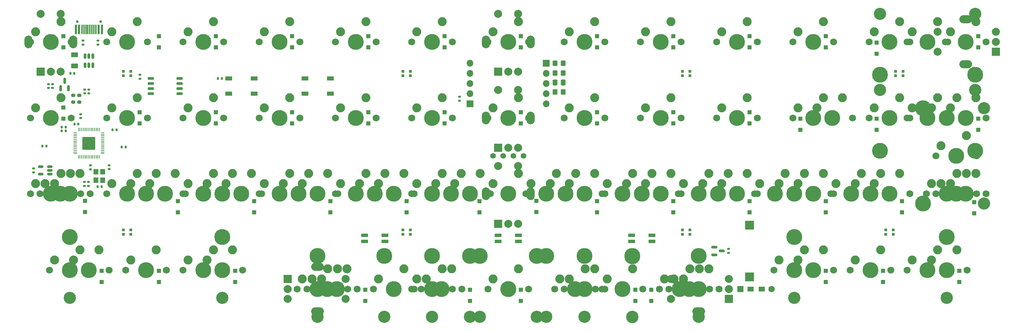
<source format=gbr>
%TF.GenerationSoftware,KiCad,Pcbnew,(6.0.11)*%
%TF.CreationDate,2023-03-20T14:56:03+01:00*%
%TF.ProjectId,alpha-curISO_routingv6,616c7068-612d-4637-9572-49534f5f726f,rev?*%
%TF.SameCoordinates,Original*%
%TF.FileFunction,Soldermask,Bot*%
%TF.FilePolarity,Negative*%
%FSLAX46Y46*%
G04 Gerber Fmt 4.6, Leading zero omitted, Abs format (unit mm)*
G04 Created by KiCad (PCBNEW (6.0.11)) date 2023-03-20 14:56:03*
%MOMM*%
%LPD*%
G01*
G04 APERTURE LIST*
G04 Aperture macros list*
%AMRoundRect*
0 Rectangle with rounded corners*
0 $1 Rounding radius*
0 $2 $3 $4 $5 $6 $7 $8 $9 X,Y pos of 4 corners*
0 Add a 4 corners polygon primitive as box body*
4,1,4,$2,$3,$4,$5,$6,$7,$8,$9,$2,$3,0*
0 Add four circle primitives for the rounded corners*
1,1,$1+$1,$2,$3*
1,1,$1+$1,$4,$5*
1,1,$1+$1,$6,$7*
1,1,$1+$1,$8,$9*
0 Add four rect primitives between the rounded corners*
20,1,$1+$1,$2,$3,$4,$5,0*
20,1,$1+$1,$4,$5,$6,$7,0*
20,1,$1+$1,$6,$7,$8,$9,0*
20,1,$1+$1,$8,$9,$2,$3,0*%
G04 Aperture macros list end*
%ADD10C,1.750000*%
%ADD11C,2.250000*%
%ADD12C,3.987800*%
%ADD13C,3.048000*%
%ADD14O,2.000000X3.200000*%
%ADD15R,2.000000X2.000000*%
%ADD16C,2.000000*%
%ADD17O,3.200000X2.000000*%
%ADD18C,4.000000*%
%ADD19C,2.200000*%
%ADD20C,1.397000*%
%ADD21R,1.700000X1.700000*%
%ADD22O,1.700000X1.700000*%
%ADD23R,1.600000X1.200000*%
%ADD24R,1.600000X1.600000*%
%ADD25C,1.600000*%
%ADD26R,1.100000X1.100000*%
%ADD27R,1.700000X1.000000*%
%ADD28R,1.700000X0.820000*%
%ADD29RoundRect,0.205000X0.645000X0.205000X-0.645000X0.205000X-0.645000X-0.205000X0.645000X-0.205000X0*%
%ADD30RoundRect,0.135000X0.185000X-0.135000X0.185000X0.135000X-0.185000X0.135000X-0.185000X-0.135000X0*%
%ADD31R,0.700000X0.700000*%
%ADD32RoundRect,0.140000X-0.170000X0.140000X-0.170000X-0.140000X0.170000X-0.140000X0.170000X0.140000X0*%
%ADD33RoundRect,0.140000X0.170000X-0.140000X0.170000X0.140000X-0.170000X0.140000X-0.170000X-0.140000X0*%
%ADD34RoundRect,0.250000X-0.350000X-0.450000X0.350000X-0.450000X0.350000X0.450000X-0.350000X0.450000X0*%
%ADD35RoundRect,0.140000X0.140000X0.170000X-0.140000X0.170000X-0.140000X-0.170000X0.140000X-0.170000X0*%
%ADD36RoundRect,0.250000X0.337500X0.475000X-0.337500X0.475000X-0.337500X-0.475000X0.337500X-0.475000X0*%
%ADD37R,2.300000X2.300000*%
%ADD38RoundRect,0.150000X0.512500X0.150000X-0.512500X0.150000X-0.512500X-0.150000X0.512500X-0.150000X0*%
%ADD39RoundRect,0.135000X-0.185000X0.135000X-0.185000X-0.135000X0.185000X-0.135000X0.185000X0.135000X0*%
%ADD40RoundRect,0.150000X-0.587500X-0.150000X0.587500X-0.150000X0.587500X0.150000X-0.587500X0.150000X0*%
%ADD41R,1.200000X1.400000*%
%ADD42RoundRect,0.150000X0.150000X-0.587500X0.150000X0.587500X-0.150000X0.587500X-0.150000X-0.587500X0*%
%ADD43RoundRect,0.140000X-0.140000X-0.170000X0.140000X-0.170000X0.140000X0.170000X-0.140000X0.170000X0*%
%ADD44RoundRect,0.200000X-0.275000X0.200000X-0.275000X-0.200000X0.275000X-0.200000X0.275000X0.200000X0*%
%ADD45RoundRect,0.135000X0.135000X0.185000X-0.135000X0.185000X-0.135000X-0.185000X0.135000X-0.185000X0*%
%ADD46RoundRect,0.150000X0.650000X0.150000X-0.650000X0.150000X-0.650000X-0.150000X0.650000X-0.150000X0*%
%ADD47RoundRect,0.150000X0.150000X-0.512500X0.150000X0.512500X-0.150000X0.512500X-0.150000X-0.512500X0*%
%ADD48RoundRect,0.250000X-0.625000X0.375000X-0.625000X-0.375000X0.625000X-0.375000X0.625000X0.375000X0*%
%ADD49C,0.650000*%
%ADD50R,0.600000X2.450000*%
%ADD51R,0.300000X2.450000*%
%ADD52RoundRect,0.050000X0.387500X0.050000X-0.387500X0.050000X-0.387500X-0.050000X0.387500X-0.050000X0*%
%ADD53RoundRect,0.050000X0.050000X0.387500X-0.050000X0.387500X-0.050000X-0.387500X0.050000X-0.387500X0*%
%ADD54RoundRect,0.144000X1.456000X1.456000X-1.456000X1.456000X-1.456000X-1.456000X1.456000X-1.456000X0*%
%ADD55RoundRect,0.250000X0.350000X0.450000X-0.350000X0.450000X-0.350000X-0.450000X0.350000X-0.450000X0*%
G04 APERTURE END LIST*
D10*
%TO.C,SW26(1.5)1*%
X262255000Y-77787500D03*
X252095000Y-77787500D03*
D11*
X253365000Y-75247500D03*
D12*
X257175000Y-77787500D03*
D11*
X259715000Y-72707500D03*
%TD*%
%TO.C,SW26(ISO)1*%
X262096250Y-82232500D03*
D12*
X259556250Y-87312500D03*
D11*
X255746250Y-84772500D03*
D10*
X254476250Y-87312500D03*
X264636250Y-87312500D03*
D13*
X266541250Y-99250500D03*
X266541250Y-75374500D03*
D12*
X251301250Y-99250500D03*
X251301250Y-75374500D03*
%TD*%
D10*
%TO.C,SW30(ortho)1*%
X95567500Y-96820487D03*
D12*
X90487500Y-96820487D03*
D10*
X85407500Y-96820487D03*
D11*
X86677500Y-94280487D03*
X93027500Y-91740487D03*
%TD*%
D10*
%TO.C,SW12*%
X247967500Y-58737500D03*
D12*
X242887500Y-58737500D03*
D10*
X237807500Y-58737500D03*
D11*
X239077500Y-56197500D03*
X245427500Y-53657500D03*
%TD*%
D12*
%TO.C,SW31(ortho)1*%
X109537500Y-96820487D03*
D10*
X114617500Y-96820487D03*
X104457500Y-96820487D03*
D11*
X105727500Y-94280487D03*
X112077500Y-91740487D03*
%TD*%
D10*
%TO.C,SW43(1.75)1*%
X136062566Y-120635521D03*
X125902566Y-120635521D03*
D12*
X130982566Y-120635521D03*
D11*
X127172566Y-118095521D03*
X133522566Y-115555521D03*
%TD*%
D10*
%TO.C,SW48*%
X243205000Y-115887500D03*
X233045000Y-115887500D03*
D12*
X238125000Y-115887500D03*
D11*
X234315000Y-113347500D03*
X240665000Y-110807500D03*
%TD*%
D10*
%TO.C,SW33(1.5stagger)1*%
X152082500Y-96820487D03*
D12*
X157162500Y-96820487D03*
D10*
X162242500Y-96820487D03*
D11*
X153352500Y-94280487D03*
X159702500Y-91740487D03*
%TD*%
D14*
%TO.C,SW_rotary3*%
X153237500Y-58737500D03*
X142037500Y-58737500D03*
D15*
X145137500Y-66237500D03*
D16*
X150137500Y-66237500D03*
X147637500Y-66237500D03*
X150137500Y-51737500D03*
X145137500Y-51737500D03*
%TD*%
D10*
%TO.C,SW42(3)1*%
X124142500Y-120650000D03*
X113982500Y-120650000D03*
D12*
X119062500Y-120650000D03*
D13*
X138112500Y-127635000D03*
D12*
X100012500Y-112395000D03*
X138112500Y-112395000D03*
D13*
X100012500Y-127635000D03*
D11*
X115252500Y-118110000D03*
X121602500Y-115570000D03*
%TD*%
D10*
%TO.C,SW32(ortho)1*%
X133667500Y-96820487D03*
X123507500Y-96820487D03*
D12*
X128587500Y-96820487D03*
D11*
X124777500Y-94280487D03*
X131127500Y-91740487D03*
%TD*%
D12*
%TO.C,SW42(1)1*%
X100012500Y-120650000D03*
D10*
X105092500Y-120650000D03*
X94932500Y-120650000D03*
D11*
X96202500Y-118110000D03*
X102552500Y-115570000D03*
%TD*%
D10*
%TO.C,SW34(1.5stagger)1*%
X171132500Y-96820487D03*
D12*
X176212500Y-96820487D03*
D10*
X181292500Y-96820487D03*
D11*
X172402500Y-94280487D03*
X178752500Y-91740487D03*
%TD*%
D10*
%TO.C,SW21*%
X171767500Y-77787500D03*
D12*
X166687500Y-77787500D03*
D10*
X161607500Y-77787500D03*
D11*
X162877500Y-75247500D03*
X169227500Y-72707500D03*
%TD*%
D12*
%TO.C,SW28*%
X57150000Y-96820487D03*
D10*
X52070000Y-96820487D03*
X62230000Y-96820487D03*
D11*
X53340000Y-94280487D03*
X59690000Y-91740487D03*
%TD*%
D12*
%TO.C,SW8*%
X166687500Y-58737500D03*
D10*
X161607500Y-58737500D03*
X171767500Y-58737500D03*
D11*
X162877500Y-56197500D03*
X169227500Y-53657500D03*
%TD*%
D10*
%TO.C,SW28(1.5stagger)1*%
X66992500Y-96820487D03*
D12*
X61912500Y-96820487D03*
D10*
X56832500Y-96820487D03*
D11*
X58102500Y-94280487D03*
X64452500Y-91740487D03*
%TD*%
D10*
%TO.C,SW46(1.5)1*%
X195580000Y-120650000D03*
D12*
X190500000Y-120650000D03*
D10*
X185420000Y-120650000D03*
D11*
X186690000Y-118110000D03*
X193040000Y-115570000D03*
%TD*%
D10*
%TO.C,SW23*%
X209867500Y-77787500D03*
X199707500Y-77787500D03*
D12*
X204787500Y-77787500D03*
D11*
X200977500Y-75247500D03*
X207327500Y-72707500D03*
%TD*%
D10*
%TO.C,SW36*%
X224155000Y-96820487D03*
D12*
X219075000Y-96820487D03*
D10*
X213995000Y-96820487D03*
D11*
X215265000Y-94280487D03*
X221615000Y-91740487D03*
%TD*%
D12*
%TO.C,SW12(2)1*%
X240506250Y-66992500D03*
X252412500Y-58737500D03*
X264318750Y-66992500D03*
D10*
X247332500Y-58737500D03*
D13*
X240506250Y-51752500D03*
D10*
X257492500Y-58737500D03*
D13*
X264318750Y-51752500D03*
D11*
X248602500Y-56197500D03*
X254952500Y-53657500D03*
%TD*%
D12*
%TO.C,SW15*%
X52387500Y-77787500D03*
D10*
X57467500Y-77787500D03*
X47307500Y-77787500D03*
D11*
X48577500Y-75247500D03*
X54927500Y-72707500D03*
%TD*%
D10*
%TO.C,SW50(ortho)1*%
X152717500Y-96820487D03*
D12*
X147637500Y-96820487D03*
D10*
X142557500Y-96820487D03*
D11*
X143827500Y-94280487D03*
X150177500Y-91740487D03*
%TD*%
D12*
%TO.C,SW39(1.5)1*%
X42862500Y-115887500D03*
D10*
X37782500Y-115887500D03*
X47942500Y-115887500D03*
D11*
X39052500Y-113347500D03*
X45402500Y-110807500D03*
%TD*%
D12*
%TO.C,SW6*%
X128587500Y-58737500D03*
D10*
X133667500Y-58737500D03*
X123507500Y-58737500D03*
D11*
X124777500Y-56197500D03*
X131127500Y-53657500D03*
%TD*%
D10*
%TO.C,SW31*%
X109220000Y-96820487D03*
D12*
X114300000Y-96820487D03*
D10*
X119380000Y-96820487D03*
D11*
X110490000Y-94280487D03*
X116840000Y-91740487D03*
%TD*%
D10*
%TO.C,SW37(1.5stagger)1*%
X238442500Y-96820487D03*
D12*
X233362500Y-96820487D03*
D10*
X228282500Y-96820487D03*
D11*
X229552500Y-94280487D03*
X235902500Y-91740487D03*
%TD*%
D10*
%TO.C,SW38(1.25)1*%
X254475000Y-96820487D03*
X264635000Y-96820487D03*
D12*
X259555000Y-96820487D03*
D11*
X255745000Y-94280487D03*
X262095000Y-91740487D03*
%TD*%
D10*
%TO.C,SW47*%
X213995000Y-115887500D03*
X224155000Y-115887500D03*
D12*
X219075000Y-115887500D03*
D11*
X215265000Y-113347500D03*
X221615000Y-110807500D03*
%TD*%
D10*
%TO.C,SW46(1)1*%
X200342500Y-120650000D03*
X190182500Y-120650000D03*
D12*
X195262500Y-120650000D03*
D11*
X191452500Y-118110000D03*
X197802500Y-115570000D03*
%TD*%
D12*
%TO.C,SW1*%
X33337500Y-58737500D03*
D10*
X38417500Y-58737500D03*
X28257500Y-58737500D03*
D11*
X29527500Y-56197500D03*
X35877500Y-53657500D03*
%TD*%
D10*
%TO.C,SW37(ortho)1*%
X247967500Y-96820487D03*
X237807500Y-96820487D03*
D12*
X242887500Y-96820487D03*
D11*
X239077500Y-94280487D03*
X245427500Y-91740487D03*
%TD*%
D10*
%TO.C,SW41(1.5)1*%
X76517500Y-115887500D03*
X66357500Y-115887500D03*
D12*
X71437500Y-115887500D03*
D11*
X67627500Y-113347500D03*
X73977500Y-110807500D03*
%TD*%
D12*
%TO.C,SW27(ortho)1*%
X33337500Y-96820487D03*
D10*
X38417500Y-96820487D03*
X28257500Y-96820487D03*
D11*
X29527500Y-94280487D03*
X35877500Y-91740487D03*
%TD*%
D12*
%TO.C,SW38(1.5)1*%
X257175000Y-96820487D03*
D10*
X262255000Y-96820487D03*
X252095000Y-96820487D03*
D11*
X253365000Y-94280487D03*
X259715000Y-91740487D03*
%TD*%
D17*
%TO.C,SW_rotary2*%
X261937500Y-53137500D03*
X261937500Y-64337500D03*
D15*
X269437500Y-61237500D03*
D16*
X269437500Y-56237500D03*
X269437500Y-58737500D03*
X254937500Y-56237500D03*
X254937500Y-61237500D03*
%TD*%
D17*
%TO.C,SW_rotary6*%
X195262500Y-126250000D03*
D15*
X202762500Y-123150000D03*
D16*
X202762500Y-118150000D03*
X202762500Y-120650000D03*
X188262500Y-118150000D03*
X188262500Y-123150000D03*
%TD*%
D10*
%TO.C,SW9*%
X180657500Y-58737500D03*
X190817500Y-58737500D03*
D12*
X185737500Y-58737500D03*
D11*
X181927500Y-56197500D03*
X188277500Y-53657500D03*
%TD*%
D12*
%TO.C,SW33*%
X161925000Y-96820487D03*
D10*
X156845000Y-96820487D03*
X167005000Y-96820487D03*
D11*
X158115000Y-94280487D03*
X164465000Y-91740487D03*
%TD*%
D10*
%TO.C,SW43(2)1*%
X133667500Y-120650000D03*
D13*
X116681250Y-127635000D03*
D10*
X123507500Y-120650000D03*
D12*
X116681250Y-112395000D03*
X128587500Y-120650000D03*
D13*
X140493750Y-127635000D03*
D12*
X140493750Y-112395000D03*
D11*
X124777500Y-118110000D03*
X131127500Y-115570000D03*
%TD*%
D18*
%TO.C,SW44(4)1*%
X147637500Y-120650000D03*
D12*
X178625500Y-112420400D03*
D13*
X116649500Y-127635000D03*
X178625500Y-127660400D03*
D12*
X116649500Y-112395000D03*
D19*
X143827500Y-118110000D03*
X150177500Y-115570000D03*
%TD*%
D10*
%TO.C,SW33(ortho)1*%
X171767500Y-96820487D03*
X161607500Y-96820487D03*
D12*
X166687500Y-96820487D03*
D11*
X162877500Y-94280487D03*
X169227500Y-91740487D03*
%TD*%
D12*
%TO.C,SW10*%
X204787500Y-58737500D03*
D10*
X199707500Y-58737500D03*
X209867500Y-58737500D03*
D11*
X200977500Y-56197500D03*
X207327500Y-53657500D03*
%TD*%
D12*
%TO.C,SW18*%
X109537500Y-77787500D03*
D10*
X114617500Y-77787500D03*
X104457500Y-77787500D03*
D11*
X105727500Y-75247500D03*
X112077500Y-72707500D03*
%TD*%
D10*
%TO.C,SW34(ortho)1*%
X180657500Y-96820487D03*
D12*
X185737500Y-96820487D03*
D10*
X190817500Y-96820487D03*
D11*
X181927500Y-94280487D03*
X188277500Y-91740487D03*
%TD*%
D12*
%TO.C,SW36(ortho)1*%
X223837500Y-96820487D03*
D10*
X218757500Y-96820487D03*
X228917500Y-96820487D03*
D11*
X220027500Y-94280487D03*
X226377500Y-91740487D03*
%TD*%
D17*
%TO.C,SW_rotary5*%
X100012500Y-126250000D03*
X100012500Y-115050000D03*
D15*
X92512500Y-118150000D03*
D16*
X92512500Y-123150000D03*
X92512500Y-120650000D03*
X107012500Y-123150000D03*
X107012500Y-118150000D03*
%TD*%
D10*
%TO.C,SW2*%
X47307500Y-58737500D03*
X57467500Y-58737500D03*
D12*
X52387500Y-58737500D03*
D11*
X48577500Y-56197500D03*
X54927500Y-53657500D03*
%TD*%
D12*
%TO.C,SW38(ortho)1*%
X261937500Y-96820487D03*
D10*
X256857500Y-96820487D03*
X267017500Y-96820487D03*
D11*
X258127500Y-94280487D03*
X264477500Y-91740487D03*
%TD*%
D12*
%TO.C,SW49(1.5)1*%
X252412500Y-115887500D03*
D10*
X257492500Y-115887500D03*
X247332500Y-115887500D03*
D11*
X248602500Y-113347500D03*
X254952500Y-110807500D03*
%TD*%
D10*
%TO.C,SW34*%
X175895000Y-96820487D03*
X186055000Y-96820487D03*
D12*
X180975000Y-96820487D03*
D11*
X177165000Y-94280487D03*
X183515000Y-91740487D03*
%TD*%
D10*
%TO.C,SW4*%
X85407500Y-58737500D03*
X95567500Y-58737500D03*
D12*
X90487500Y-58737500D03*
D11*
X86677500Y-56197500D03*
X93027500Y-53657500D03*
%TD*%
D10*
%TO.C,SW13*%
X267017500Y-58737500D03*
D12*
X261937500Y-58737500D03*
D10*
X256857500Y-58737500D03*
D11*
X258127500Y-56197500D03*
X264477500Y-53657500D03*
%TD*%
D10*
%TO.C,SW35(ortho)1*%
X199707500Y-96820487D03*
D12*
X204787500Y-96820487D03*
D10*
X209867500Y-96820487D03*
D11*
X200977500Y-94280487D03*
X207327500Y-91740487D03*
%TD*%
D10*
%TO.C,SW32*%
X138430000Y-96820487D03*
D12*
X133350000Y-96820487D03*
D10*
X128270000Y-96820487D03*
D11*
X129540000Y-94280487D03*
X135890000Y-91740487D03*
%TD*%
D12*
%TO.C,SW29(ortho)1*%
X71437500Y-96820487D03*
D10*
X76517500Y-96820487D03*
X66357500Y-96820487D03*
D11*
X67627500Y-94280487D03*
X73977500Y-91740487D03*
%TD*%
D12*
%TO.C,SW30(1.5stagger)1*%
X100012500Y-96820487D03*
D10*
X105092500Y-96820487D03*
X94932500Y-96820487D03*
D11*
X96202500Y-94280487D03*
X102552500Y-91740487D03*
%TD*%
D10*
%TO.C,SW29(1.5stagger)1*%
X86042500Y-96820487D03*
X75882500Y-96820487D03*
D12*
X80962500Y-96820487D03*
D11*
X77152500Y-94280487D03*
X83502500Y-91740487D03*
%TD*%
D10*
%TO.C,SW45(2)1*%
X161607500Y-120650000D03*
D13*
X154781250Y-127635000D03*
X178593750Y-127635000D03*
D12*
X166687500Y-120650000D03*
X178593750Y-112395000D03*
X154781250Y-112395000D03*
D10*
X171767500Y-120650000D03*
D11*
X162877500Y-118110000D03*
X169227500Y-115570000D03*
%TD*%
D12*
%TO.C,SW46(1.25)1*%
X192895066Y-120635521D03*
D10*
X197975066Y-120635521D03*
X187815066Y-120635521D03*
D11*
X189085066Y-118095521D03*
X195435066Y-115555521D03*
%TD*%
D20*
%TO.C,OL1*%
X143827500Y-87312500D03*
X146367500Y-87312500D03*
X148907500Y-87312500D03*
X151447500Y-87312500D03*
%TD*%
D10*
%TO.C,SW16*%
X66357500Y-77787500D03*
X76517500Y-77787500D03*
D12*
X71437500Y-77787500D03*
D11*
X67627500Y-75247500D03*
X73977500Y-72707500D03*
%TD*%
D10*
%TO.C,SW25*%
X247967500Y-77787500D03*
D12*
X242887500Y-77787500D03*
D10*
X237807500Y-77787500D03*
D11*
X239077500Y-75247500D03*
X245427500Y-72707500D03*
%TD*%
D12*
%TO.C,SW46(3)1*%
X157162500Y-112395000D03*
X195262500Y-112395000D03*
D13*
X195262500Y-127635000D03*
D10*
X171132500Y-120650000D03*
D13*
X157162500Y-127635000D03*
D10*
X181292500Y-120650000D03*
D12*
X176212500Y-120650000D03*
D11*
X172402500Y-118110000D03*
X178752500Y-115570000D03*
%TD*%
D10*
%TO.C,SW39*%
X33020000Y-115887500D03*
D12*
X38100000Y-115887500D03*
D10*
X43180000Y-115887500D03*
D11*
X34290000Y-113347500D03*
X40640000Y-110807500D03*
%TD*%
D10*
%TO.C,SW19*%
X123507500Y-77787500D03*
D12*
X128587500Y-77787500D03*
D10*
X133667500Y-77787500D03*
D11*
X124777500Y-75247500D03*
X131127500Y-72707500D03*
%TD*%
D21*
%TO.C,J2*%
X157162500Y-64135000D03*
D22*
X157162500Y-66675000D03*
X157162500Y-69215000D03*
X157162500Y-71755000D03*
X157162500Y-74295000D03*
%TD*%
D12*
%TO.C,SW44(6)1*%
X195262500Y-112395000D03*
X147637500Y-120650000D03*
X100012500Y-112395000D03*
D13*
X100012500Y-127635000D03*
D10*
X152717500Y-120650000D03*
X142557500Y-120650000D03*
D13*
X195262500Y-127635000D03*
D11*
X143827500Y-118110000D03*
X150177500Y-115570000D03*
%TD*%
D10*
%TO.C,SW35*%
X194945000Y-96820487D03*
D12*
X200025000Y-96820487D03*
D10*
X205105000Y-96820487D03*
D11*
X196215000Y-94280487D03*
X202565000Y-91740487D03*
%TD*%
D12*
%TO.C,SW37*%
X238125000Y-96820487D03*
D10*
X243205000Y-96820487D03*
X233045000Y-96820487D03*
D11*
X234315000Y-94280487D03*
X240665000Y-91740487D03*
%TD*%
D12*
%TO.C,SW20*%
X147637500Y-77787500D03*
D10*
X152717500Y-77787500D03*
X142557500Y-77787500D03*
D11*
X143827500Y-75247500D03*
X150177500Y-72707500D03*
%TD*%
D12*
%TO.C,SW11*%
X223837500Y-58737500D03*
D10*
X218757500Y-58737500D03*
X228917500Y-58737500D03*
D11*
X220027500Y-56197500D03*
X226377500Y-53657500D03*
%TD*%
D10*
%TO.C,SW24(1.5)1*%
X233680000Y-77787500D03*
D12*
X228600000Y-77787500D03*
D10*
X223520000Y-77787500D03*
D11*
X224790000Y-75247500D03*
X231140000Y-72707500D03*
%TD*%
D12*
%TO.C,SW7*%
X147637500Y-58737500D03*
D10*
X142557500Y-58737500D03*
X152717500Y-58737500D03*
D11*
X143827500Y-56197500D03*
X150177500Y-53657500D03*
%TD*%
D12*
%TO.C,SW40*%
X57150000Y-115887500D03*
D10*
X52070000Y-115887500D03*
X62230000Y-115887500D03*
D11*
X53340000Y-113347500D03*
X59690000Y-110807500D03*
%TD*%
D13*
%TO.C,SW26(2)1*%
X264318750Y-70802500D03*
D10*
X257492500Y-77787500D03*
X247332500Y-77787500D03*
D12*
X240506250Y-86042500D03*
D13*
X240506250Y-70802500D03*
D12*
X264318750Y-86042500D03*
X252412500Y-77787500D03*
D11*
X248602500Y-75247500D03*
X254952500Y-72707500D03*
%TD*%
D10*
%TO.C,SW48(3)1*%
X243205000Y-115887500D03*
X233045000Y-115887500D03*
D13*
X257175000Y-122872500D03*
D12*
X219075000Y-107632500D03*
X257175000Y-107632500D03*
D13*
X219075000Y-122872500D03*
D12*
X238125000Y-115887500D03*
D11*
X234315000Y-113347500D03*
X240665000Y-110807500D03*
%TD*%
D14*
%TO.C,SW_rotary1*%
X27737500Y-58737500D03*
X38937500Y-58737500D03*
D15*
X30837500Y-66237500D03*
D16*
X35837500Y-66237500D03*
X33337500Y-66237500D03*
X35837500Y-51737500D03*
X30837500Y-51737500D03*
%TD*%
D14*
%TO.C,SW_rotary4*%
X153237500Y-77787500D03*
X142037500Y-77787500D03*
D15*
X145137500Y-85287500D03*
D16*
X150137500Y-85287500D03*
X147637500Y-85287500D03*
X150137500Y-70787500D03*
X145137500Y-70787500D03*
%TD*%
D10*
%TO.C,SW36(1.5stagger)1*%
X209232500Y-96820487D03*
D12*
X214312500Y-96820487D03*
D10*
X219392500Y-96820487D03*
D11*
X210502500Y-94280487D03*
X216852500Y-91740487D03*
%TD*%
D10*
%TO.C,SW5*%
X104457500Y-58737500D03*
X114617500Y-58737500D03*
D12*
X109537500Y-58737500D03*
D11*
X105727500Y-56197500D03*
X112077500Y-53657500D03*
%TD*%
D13*
%TO.C,SW44(3)1*%
X166687500Y-127635000D03*
D12*
X147637500Y-120650000D03*
X128587500Y-112395000D03*
D13*
X128587500Y-127635000D03*
D10*
X142557500Y-120650000D03*
D12*
X166687500Y-112395000D03*
D10*
X152717500Y-120650000D03*
D11*
X143827500Y-118110000D03*
X150177500Y-115570000D03*
%TD*%
D23*
%TO.C,R8*%
X208150000Y-120650000D03*
D24*
X205650000Y-120650000D03*
D25*
X213450000Y-120650000D03*
D23*
X210950000Y-120650000D03*
%TD*%
D14*
%TO.C,SW_rotary7*%
X153237500Y-96820487D03*
X142037500Y-96820487D03*
D15*
X145137500Y-104320487D03*
D16*
X150137500Y-104320487D03*
X147637500Y-104320487D03*
X150137500Y-89820487D03*
X145137500Y-89820487D03*
%TD*%
D10*
%TO.C,SW22*%
X190817500Y-77787500D03*
X180657500Y-77787500D03*
D12*
X185737500Y-77787500D03*
D11*
X181927500Y-75247500D03*
X188277500Y-72707500D03*
%TD*%
D10*
%TO.C,SW27(1.5)1*%
X33020000Y-96820487D03*
D12*
X38100000Y-96820487D03*
D10*
X43180000Y-96820487D03*
D11*
X34290000Y-94280487D03*
X40640000Y-91740487D03*
%TD*%
D10*
%TO.C,SW42(1.25)1*%
X97327566Y-120635521D03*
X107487566Y-120635521D03*
D12*
X102407566Y-120635521D03*
D11*
X98597566Y-118095521D03*
X104947566Y-115555521D03*
%TD*%
D10*
%TO.C,SW42(1.5)1*%
X109855000Y-120650000D03*
X99695000Y-120650000D03*
D12*
X104775000Y-120650000D03*
D11*
X100965000Y-118110000D03*
X107315000Y-115570000D03*
%TD*%
D10*
%TO.C,SW27(1.25)1*%
X30640000Y-96820487D03*
X40800000Y-96820487D03*
D12*
X35720000Y-96820487D03*
D11*
X31910000Y-94280487D03*
X38260000Y-91740487D03*
%TD*%
D12*
%TO.C,SW49*%
X257175000Y-115887500D03*
D10*
X252095000Y-115887500D03*
X262255000Y-115887500D03*
D11*
X253365000Y-113347500D03*
X259715000Y-110807500D03*
%TD*%
D12*
%TO.C,SW26*%
X261937500Y-77787500D03*
D10*
X256857500Y-77787500D03*
X267017500Y-77787500D03*
D11*
X258127500Y-75247500D03*
X264477500Y-72707500D03*
%TD*%
D12*
%TO.C,SW28(ortho)1*%
X52387500Y-96820487D03*
D10*
X47307500Y-96820487D03*
X57467500Y-96820487D03*
D11*
X48577500Y-94280487D03*
X54927500Y-91740487D03*
%TD*%
D10*
%TO.C,SW24*%
X218757500Y-77787500D03*
X228917500Y-77787500D03*
D12*
X223837500Y-77787500D03*
D11*
X220027500Y-75247500D03*
X226377500Y-72707500D03*
%TD*%
D10*
%TO.C,SW17*%
X95567500Y-77787500D03*
X85407500Y-77787500D03*
D12*
X90487500Y-77787500D03*
D11*
X86677500Y-75247500D03*
X93027500Y-72707500D03*
%TD*%
D12*
%TO.C,SW40(3)1*%
X76200000Y-107632500D03*
D10*
X62230000Y-115887500D03*
D13*
X76200000Y-122872500D03*
X38100000Y-122872500D03*
D12*
X57150000Y-115887500D03*
X38100000Y-107632500D03*
D10*
X52070000Y-115887500D03*
D11*
X53340000Y-113347500D03*
X59690000Y-110807500D03*
%TD*%
D10*
%TO.C,SW3*%
X76517500Y-58737500D03*
D12*
X71437500Y-58737500D03*
D10*
X66357500Y-58737500D03*
D11*
X67627500Y-56197500D03*
X73977500Y-53657500D03*
%TD*%
D10*
%TO.C,SW45(1.75)1*%
X169400066Y-120635521D03*
X159240066Y-120635521D03*
D12*
X164320066Y-120635521D03*
D11*
X160510066Y-118095521D03*
X166860066Y-115555521D03*
%TD*%
D12*
%TO.C,SW14*%
X33337500Y-77787500D03*
D10*
X38417500Y-77787500D03*
X28257500Y-77787500D03*
D11*
X29527500Y-75247500D03*
X35877500Y-72707500D03*
%TD*%
D10*
%TO.C,SW41*%
X81280000Y-115887500D03*
D12*
X76200000Y-115887500D03*
D10*
X71120000Y-115887500D03*
D11*
X72390000Y-113347500D03*
X78740000Y-110807500D03*
%TD*%
D10*
%TO.C,SW47(1.5)1*%
X228917500Y-115887500D03*
D12*
X223837500Y-115887500D03*
D10*
X218757500Y-115887500D03*
D11*
X220027500Y-113347500D03*
X226377500Y-110807500D03*
%TD*%
D10*
%TO.C,SW35(1.5stagger)1*%
X190182500Y-96820487D03*
D12*
X195262500Y-96820487D03*
D10*
X200342500Y-96820487D03*
D11*
X191452500Y-94280487D03*
X197802500Y-91740487D03*
%TD*%
D12*
%TO.C,SW30*%
X95250000Y-96820487D03*
D10*
X100330000Y-96820487D03*
X90170000Y-96820487D03*
D11*
X91440000Y-94280487D03*
X97790000Y-91740487D03*
%TD*%
D10*
%TO.C,SW32(1.5stagger)1*%
X143192500Y-96820487D03*
X133032500Y-96820487D03*
D12*
X138112500Y-96820487D03*
D11*
X134302500Y-94280487D03*
X140652500Y-91740487D03*
%TD*%
D10*
%TO.C,SW31(1.5stagger)1*%
X113982500Y-96820487D03*
X124142500Y-96820487D03*
D12*
X119062500Y-96820487D03*
D11*
X115252500Y-94280487D03*
X121602500Y-91740487D03*
%TD*%
D10*
%TO.C,SW29*%
X81280000Y-96820487D03*
X71120000Y-96820487D03*
D12*
X76200000Y-96820487D03*
D11*
X72390000Y-94280487D03*
X78740000Y-91740487D03*
%TD*%
D26*
%TO.C,D32*%
X188912500Y-79187500D03*
X188912500Y-76387500D03*
%TD*%
D27*
%TO.C,SW27*%
X84112500Y-71750000D03*
X77812500Y-71750000D03*
X84112500Y-67950000D03*
X77812500Y-67950000D03*
%TD*%
D28*
%TO.C,LED2*%
X150187500Y-108700000D03*
X150187500Y-107200000D03*
D29*
X145087500Y-107200000D03*
D28*
X145087500Y-108700000D03*
%TD*%
D26*
%TO.C,D2*%
X36512500Y-77981000D03*
X36512500Y-75181000D03*
%TD*%
D30*
%TO.C,R7*%
X43230800Y-90680000D03*
X43230800Y-89660000D03*
%TD*%
D31*
%TO.C,LED8*%
X193002500Y-105812500D03*
X193002500Y-106912500D03*
X191172500Y-106912500D03*
X191172500Y-105812500D03*
%TD*%
D26*
%TO.C,D11*%
X84137500Y-101412500D03*
X84137500Y-98612500D03*
%TD*%
D32*
%TO.C,C2*%
X47904400Y-89639200D03*
X47904400Y-90599200D03*
%TD*%
D26*
%TO.C,D9*%
X74612500Y-60137500D03*
X74612500Y-57337500D03*
%TD*%
%TO.C,D50*%
X154686000Y-101349000D03*
X154686000Y-98549000D03*
%TD*%
%TO.C,D7*%
X65087500Y-101412500D03*
X65087500Y-98612500D03*
%TD*%
D27*
%TO.C,SW38*%
X96862500Y-67950000D03*
X103162500Y-67950000D03*
X103162500Y-71750000D03*
X96862500Y-71750000D03*
%TD*%
D33*
%TO.C,C10*%
X40792400Y-77823000D03*
X40792400Y-76863000D03*
%TD*%
D32*
%TO.C,C14*%
X41706800Y-93855600D03*
X41706800Y-94815600D03*
%TD*%
D26*
%TO.C,D24*%
X150812500Y-123637500D03*
X150812500Y-120837500D03*
%TD*%
D34*
%TO.C,UR1*%
X159337500Y-66516250D03*
X161337500Y-66516250D03*
%TD*%
D26*
%TO.C,D42*%
X239712500Y-61725000D03*
X239712500Y-58925000D03*
%TD*%
%TO.C,D44*%
X246062500Y-101412500D03*
X246062500Y-98612500D03*
%TD*%
%TO.C,D5*%
X60325000Y-60137500D03*
X60325000Y-57337500D03*
%TD*%
%TO.C,D23*%
X138112500Y-123637500D03*
X138112500Y-120837500D03*
%TD*%
%TO.C,D49*%
X260350000Y-118875000D03*
X260350000Y-116075000D03*
%TD*%
D35*
%TO.C,C1*%
X46003085Y-94996000D03*
X45043085Y-94996000D03*
%TD*%
D26*
%TO.C,D25*%
X150812500Y-60137500D03*
X150812500Y-57337500D03*
%TD*%
D33*
%TO.C,C5*%
X32764129Y-70306555D03*
X32764129Y-69346555D03*
%TD*%
D26*
%TO.C,D13*%
X93662500Y-60137500D03*
X93662500Y-57337500D03*
%TD*%
%TO.C,D39*%
X220662500Y-80775000D03*
X220662500Y-77975000D03*
%TD*%
D36*
%TO.C,C18*%
X161375000Y-68897500D03*
X159300000Y-68897500D03*
%TD*%
D33*
%TO.C,C19*%
X29006800Y-91412000D03*
X29006800Y-90452000D03*
%TD*%
D26*
%TO.C,D19*%
X111918750Y-123637500D03*
X111918750Y-120837500D03*
%TD*%
D31*
%TO.C,LED4*%
X121322500Y-67225000D03*
X121322500Y-66125000D03*
X123152500Y-66125000D03*
X123152500Y-67225000D03*
%TD*%
D37*
%TO.C,LS2*%
X207962500Y-104625000D03*
X207962500Y-117625000D03*
%TD*%
D38*
%TO.C,U5*%
X33090700Y-89982000D03*
X33090700Y-90932000D03*
X33090700Y-91882000D03*
X30815700Y-91882000D03*
X30815700Y-89982000D03*
%TD*%
D39*
%TO.C,R9*%
X202692000Y-110615000D03*
X202692000Y-111635000D03*
%TD*%
D40*
%TO.C,Q1*%
X199087500Y-112075000D03*
X199087500Y-110175000D03*
X200962500Y-111125000D03*
%TD*%
D41*
%TO.C,Y1*%
X44629600Y-93439736D03*
X44629600Y-91239736D03*
X46329600Y-91239736D03*
X46329600Y-93439736D03*
%TD*%
D42*
%TO.C,U3*%
X37734952Y-70381444D03*
X35834952Y-70381444D03*
X36784952Y-68506444D03*
%TD*%
D35*
%TO.C,C16*%
X37056000Y-80086386D03*
X36096000Y-80086386D03*
%TD*%
D26*
%TO.C,D46*%
X265112500Y-60137500D03*
X265112500Y-57337500D03*
%TD*%
%TO.C,D21*%
X131762500Y-79187500D03*
X131762500Y-76387500D03*
%TD*%
D43*
%TO.C,C13*%
X51082000Y-85090000D03*
X52042000Y-85090000D03*
%TD*%
D26*
%TO.C,D48*%
X264033000Y-98930000D03*
X264033000Y-101730000D03*
%TD*%
%TO.C,D40*%
X227012500Y-101412500D03*
X227012500Y-98612500D03*
%TD*%
%TO.C,D35*%
X207962500Y-60137500D03*
X207962500Y-57337500D03*
%TD*%
D31*
%TO.C,LED6*%
X244449000Y-67225000D03*
X244449000Y-66125000D03*
X246279000Y-66125000D03*
X246279000Y-67225000D03*
%TD*%
D26*
%TO.C,D26*%
X150812500Y-79187500D03*
X150812500Y-76387500D03*
%TD*%
D39*
%TO.C,R3*%
X135450520Y-72515000D03*
X135450520Y-73535000D03*
%TD*%
D26*
%TO.C,D22*%
X140462000Y-101412500D03*
X140462000Y-98612500D03*
%TD*%
%TO.C,D14*%
X93662500Y-79187500D03*
X93662500Y-76387500D03*
%TD*%
D28*
%TO.C,LED3*%
X183525000Y-108700000D03*
X183525000Y-107200000D03*
D29*
X178425000Y-107200000D03*
D28*
X178425000Y-108700000D03*
%TD*%
D34*
%TO.C,UR2*%
X159337500Y-64135000D03*
X161337500Y-64135000D03*
%TD*%
D35*
%TO.C,C7*%
X40231000Y-79375000D03*
X39271000Y-79375000D03*
%TD*%
D33*
%TO.C,C15*%
X41783000Y-71677500D03*
X41783000Y-70717500D03*
%TD*%
D44*
%TO.C,R2*%
X38957250Y-72168750D03*
X38957250Y-73818750D03*
%TD*%
D45*
%TO.C,R6*%
X76107999Y-67952227D03*
X75087999Y-67952227D03*
%TD*%
D26*
%TO.C,D36*%
X207962500Y-79187500D03*
X207962500Y-76387500D03*
%TD*%
%TO.C,D6*%
X55562500Y-79187500D03*
X55562500Y-76387500D03*
%TD*%
D46*
%TO.C,U2*%
X65512500Y-67945000D03*
X65512500Y-69215000D03*
X65512500Y-70485000D03*
X65512500Y-71755000D03*
X58312500Y-71755000D03*
X58312500Y-70485000D03*
X58312500Y-69215000D03*
X58312500Y-67945000D03*
%TD*%
D33*
%TO.C,C3*%
X55626000Y-67980500D03*
X55626000Y-67020500D03*
%TD*%
D35*
%TO.C,C8*%
X37056000Y-81026000D03*
X36096000Y-81026000D03*
%TD*%
D26*
%TO.C,D37*%
X207962500Y-101412500D03*
X207962500Y-98612500D03*
%TD*%
%TO.C,D38*%
X227012500Y-60137500D03*
X227012500Y-57337500D03*
%TD*%
D44*
%TO.C,R1*%
X40481250Y-72168750D03*
X40481250Y-73818750D03*
%TD*%
D26*
%TO.C,D31*%
X188912500Y-60137500D03*
X188912500Y-57337500D03*
%TD*%
%TO.C,D47*%
X265112500Y-80775000D03*
X265112500Y-77975000D03*
%TD*%
D32*
%TO.C,C9*%
X42722800Y-93855600D03*
X42722800Y-94815600D03*
%TD*%
D26*
%TO.C,D20*%
X131762500Y-60137500D03*
X131762500Y-57337500D03*
%TD*%
D47*
%TO.C,U4*%
X43812500Y-64637500D03*
X42862500Y-64637500D03*
X41912500Y-64637500D03*
X41912500Y-62362500D03*
X42862500Y-62362500D03*
X43812500Y-62362500D03*
%TD*%
D48*
%TO.C,F1*%
X39243000Y-61973000D03*
X39243000Y-64773000D03*
%TD*%
D33*
%TO.C,C6*%
X33780128Y-70306555D03*
X33780128Y-69346555D03*
%TD*%
D26*
%TO.C,D17*%
X112712500Y-79187500D03*
X112712500Y-76387500D03*
%TD*%
D35*
%TO.C,C4*%
X39215000Y-66675000D03*
X38255000Y-66675000D03*
%TD*%
D31*
%TO.C,LED5*%
X191172500Y-67225000D03*
X191172500Y-66125000D03*
X193002500Y-66125000D03*
X193002500Y-67225000D03*
%TD*%
D26*
%TO.C,D29*%
X169862500Y-101412500D03*
X169862500Y-98612500D03*
%TD*%
%TO.C,D8*%
X60325000Y-118875000D03*
X60325000Y-116075000D03*
%TD*%
D31*
%TO.C,LED9*%
X123152500Y-105812500D03*
X123152500Y-106912500D03*
X121322500Y-106912500D03*
X121322500Y-105812500D03*
%TD*%
D39*
%TO.C,R4*%
X41402000Y-58418000D03*
X41402000Y-59438000D03*
%TD*%
D49*
%TO.C,USB1*%
X39972500Y-53686838D03*
X45752500Y-53686838D03*
D50*
X39637500Y-55631838D03*
X40412500Y-55631838D03*
D51*
X41112500Y-55631838D03*
X41612500Y-55631838D03*
X42112500Y-55631838D03*
X42612500Y-55631838D03*
X43112500Y-55631838D03*
X43612500Y-55631838D03*
X44112500Y-55631838D03*
X44612500Y-55631838D03*
D50*
X45312500Y-55631838D03*
X46087500Y-55631838D03*
%TD*%
D26*
%TO.C,D41*%
X227012500Y-118875000D03*
X227012500Y-116075000D03*
%TD*%
%TO.C,D3*%
X41910000Y-101349000D03*
X41910000Y-98549000D03*
%TD*%
D39*
%TO.C,R5*%
X45085000Y-58418000D03*
X45085000Y-59438000D03*
%TD*%
D31*
%TO.C,LED10*%
X53302500Y-105812500D03*
X53302500Y-106912500D03*
X51472500Y-106912500D03*
X51472500Y-105812500D03*
%TD*%
D28*
%TO.C,LED1*%
X116850000Y-108700000D03*
X116850000Y-107200000D03*
D29*
X111750000Y-107200000D03*
D28*
X111750000Y-108700000D03*
%TD*%
D26*
%TO.C,D4*%
X46037500Y-118875000D03*
X46037500Y-116075000D03*
%TD*%
%TO.C,D1*%
X36512500Y-60137500D03*
X36512500Y-57337500D03*
%TD*%
D31*
%TO.C,LED7*%
X243802500Y-105812500D03*
X243802500Y-106912500D03*
X241972500Y-106912500D03*
X241972500Y-105812500D03*
%TD*%
D26*
%TO.C,D34*%
X183388000Y-123637500D03*
X183388000Y-120837500D03*
%TD*%
D35*
%TO.C,C11*%
X32230000Y-84836000D03*
X31270000Y-84836000D03*
%TD*%
D26*
%TO.C,D30*%
X179387500Y-123637500D03*
X179387500Y-120837500D03*
%TD*%
D33*
%TO.C,C12*%
X42799000Y-71677500D03*
X42799000Y-70717500D03*
%TD*%
D26*
%TO.C,D18*%
X122237500Y-101412500D03*
X122237500Y-98612500D03*
%TD*%
%TO.C,D45*%
X241300000Y-118875000D03*
X241300000Y-116075000D03*
%TD*%
%TO.C,D33*%
X188912500Y-101412500D03*
X188912500Y-98612500D03*
%TD*%
%TO.C,D10*%
X74612500Y-79187500D03*
X74612500Y-76387500D03*
%TD*%
%TO.C,D27*%
X169862500Y-60137500D03*
X169862500Y-57337500D03*
%TD*%
%TO.C,D12*%
X79375000Y-118875000D03*
X79375000Y-116075000D03*
%TD*%
%TO.C,D15*%
X103187500Y-101412500D03*
X103187500Y-98612500D03*
%TD*%
D52*
%TO.C,U1*%
X46300000Y-81538914D03*
X46300000Y-81938914D03*
X46300000Y-82338914D03*
X46300000Y-82738914D03*
X46300000Y-83138914D03*
X46300000Y-83538914D03*
X46300000Y-83938914D03*
X46300000Y-84338914D03*
X46300000Y-84738914D03*
X46300000Y-85138914D03*
X46300000Y-85538914D03*
X46300000Y-85938914D03*
X46300000Y-86338914D03*
X46300000Y-86738914D03*
D53*
X45462500Y-87576414D03*
X45062500Y-87576414D03*
X44662500Y-87576414D03*
X44262500Y-87576414D03*
X43862500Y-87576414D03*
X43462500Y-87576414D03*
X43062500Y-87576414D03*
X42662500Y-87576414D03*
X42262500Y-87576414D03*
X41862500Y-87576414D03*
X41462500Y-87576414D03*
X41062500Y-87576414D03*
X40662500Y-87576414D03*
X40262500Y-87576414D03*
D52*
X39425000Y-86738914D03*
X39425000Y-86338914D03*
X39425000Y-85938914D03*
X39425000Y-85538914D03*
X39425000Y-85138914D03*
X39425000Y-84738914D03*
X39425000Y-84338914D03*
X39425000Y-83938914D03*
X39425000Y-83538914D03*
X39425000Y-83138914D03*
X39425000Y-82738914D03*
X39425000Y-82338914D03*
X39425000Y-81938914D03*
X39425000Y-81538914D03*
D53*
X40262500Y-80701414D03*
X40662500Y-80701414D03*
X41062500Y-80701414D03*
X41462500Y-80701414D03*
X41862500Y-80701414D03*
X42262500Y-80701414D03*
X42662500Y-80701414D03*
X43062500Y-80701414D03*
X43462500Y-80701414D03*
X43862500Y-80701414D03*
X44262500Y-80701414D03*
X44662500Y-80701414D03*
X45062500Y-80701414D03*
X45462500Y-80701414D03*
D54*
X42862500Y-84138914D03*
%TD*%
D26*
%TO.C,D16*%
X112712500Y-60137500D03*
X112712500Y-57337500D03*
%TD*%
D21*
%TO.C,J1*%
X138074000Y-74265000D03*
D22*
X138074000Y-71725000D03*
X138074000Y-69185000D03*
X138074000Y-66645000D03*
X138074000Y-64105000D03*
%TD*%
D26*
%TO.C,D28*%
X169862500Y-79187500D03*
X169862500Y-76387500D03*
%TD*%
%TO.C,D43*%
X239712500Y-80775000D03*
X239712500Y-77975000D03*
%TD*%
D55*
%TO.C,UR3*%
X161337500Y-71278750D03*
X159337500Y-71278750D03*
%TD*%
D31*
%TO.C,LED11*%
X51472500Y-67225000D03*
X51472500Y-66125000D03*
X53302500Y-66125000D03*
X53302500Y-67225000D03*
%TD*%
D43*
%TO.C,C17*%
X48796000Y-80772000D03*
X49756000Y-80772000D03*
%TD*%
M02*

</source>
